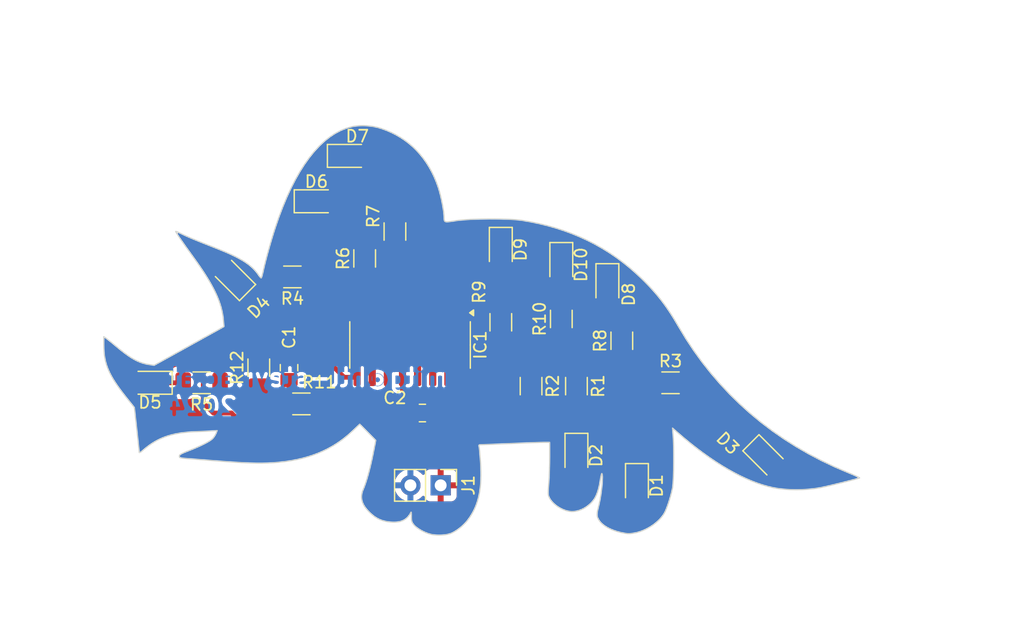
<source format=kicad_pcb>
(kicad_pcb (version 20240108) (generator "pcbnew") (generator_version "8.0")
  (layers (0 "F.Cu" signal) (31 "B.Cu" signal) (34 "B.Paste" user) (35 "F.Paste" user) (36 "B.SilkS" user "B.Silkscreen") (37 "F.SilkS" user "F.Silkscreen") (38 "B.Mask" user) (39 "F.Mask" user) (44 "Edge.Cuts" user))
  (net 0 "")
  (net 1 "Net-(C1-Pad1)")
  (net 2 "Net-(IC1-~{[Oslash]O})")
  (net 3 "VCC")
  (net 4 "GND")
  (net 5 "Net-(D1-K)")
  (net 6 "Net-(D2-K)")
  (net 7 "Net-(D3-K)")
  (net 8 "Net-(D4-K)")
  (net 9 "Net-(D5-K)")
  (net 10 "Net-(D6-A)")
  (net 11 "Net-(D7-A)")
  (net 12 "Net-(D8-A)")
  (net 13 "Net-(D9-A)")
  (net 14 "Net-(D10-A)")
  (net 18 "/LED3")
  (net 19 "/LED4")
  (net 20 "/LED5")
  (net 22 "Net-(IC1-[Oslash]O)")
  (net 23 "Net-(IC1-~{[Oslash]I})")
  (net 24 "Net-(IC1-CLEAR)")
  (net 25 "/LED2")
  (net 26 "/LED1")
  (footprint "Resistor_SMD:R_1206_3216Metric_Pad1.30x1.75mm_HandSolder" (layer "F.Cu") (at 125.73 102.87 90)
    (property "Reference" "R12" (at 0 -1.82 90) (layer "F.SilkS"))
    (property "Value" "56k")
    (pad "1" smd roundrect (at -1.55 0 90) (size 1.3 1.75) (layers "F.Cu" "F.Paste" "F.Mask") (roundrect_rratio 0.192308) (net 1 "Net-(C1-Pad1)"))
    (pad "2" smd roundrect (at 1.55 0 90) (size 1.3 1.75) (layers "F.Cu" "F.Paste" "F.Mask") (roundrect_rratio 0.192308) (net 22 "Net-(IC1-[Oslash]O)"))
  )
  (footprint "Resistor_SMD:R_1206_3216Metric_Pad1.30x1.75mm_HandSolder" (layer "F.Cu") (at 128.55 95.25 180)
    (property "Reference" "R4" (at 0 -1.82 0) (layer "F.SilkS"))
    (property "Value" "390R")
    (pad "1" smd roundrect (at -1.55 0 180) (size 1.3 1.75) (layers "F.Cu" "F.Paste" "F.Mask") (roundrect_rratio 0.192308) (net 19 "/LED4"))
    (pad "2" smd roundrect (at 1.55 0 180) (size 1.3 1.75) (layers "F.Cu" "F.Paste" "F.Mask") (roundrect_rratio 0.192308) (net 8 "Net-(D4-K)"))
  )
  (footprint "Resistor_SMD:R_1206_3216Metric_Pad1.30x1.75mm_HandSolder" (layer "F.Cu") (at 137.16 91.44 90)
    (property "Reference" "R7" (at 1.27 -1.82 90) (layer "F.SilkS"))
    (property "Value" "390R")
    (pad "1" smd roundrect (at -1.55 0 90) (size 1.3 1.75) (layers "F.Cu" "F.Paste" "F.Mask") (roundrect_rratio 0.192308) (net 19 "/LED4"))
    (pad "2" smd roundrect (at 1.55 0 90) (size 1.3 1.75) (layers "F.Cu" "F.Paste" "F.Mask") (roundrect_rratio 0.192308) (net 11 "Net-(D7-A)"))
  )
  (footprint "Capacitor_SMD:C_0805_2012Metric_Pad1.18x1.45mm_HandSolder" (layer "F.Cu") (at 128.27 102.87 90)
    (property "Reference" "C1" (at 2.54 0 90) (layer "F.SilkS"))
    (property "Value" "100nF")
    (pad "1" smd roundrect (at -1.0375 0 90) (size 1.175 1.45) (layers "F.Cu" "F.Paste" "F.Mask") (roundrect_rratio 0.212766) (net 1 "Net-(C1-Pad1)"))
    (pad "2" smd roundrect (at 1.0375 0 90) (size 1.175 1.45) (layers "F.Cu" "F.Paste" "F.Mask") (roundrect_rratio 0.212766) (net 2 "Net-(IC1-~{[Oslash]O})"))
  )
  (footprint "LED_SMD:LED_0805_2012Metric_Pad1.15x1.40mm_HandSolder" (layer "F.Cu") (at 123.47 95.25 135)
    (property "Reference" "D4" (at -3.394113 -0.19799 -135) (layer "F.SilkS"))
    (property "Value" "LED")
    (pad "1" smd roundrect (at -1.024999 0 135) (size 1.15 1.4) (layers "F.Cu" "F.Paste" "F.Mask") (roundrect_rratio 0.217391) (net 8 "Net-(D4-K)"))
    (pad "2" smd roundrect (at 1.024999 0 135) (size 1.15 1.4) (layers "F.Cu" "F.Paste" "F.Mask") (roundrect_rratio 0.217391) (net 3 "VCC"))
  )
  (footprint "LED_SMD:LED_0805_2012Metric_Pad1.15x1.40mm_HandSolder" (layer "F.Cu") (at 146.05 92.955 -90)
    (property "Reference" "D9" (at 0 -1.65 90) (layer "F.SilkS"))
    (property "Value" "LED")
    (pad "1" smd roundrect (at -1.025 0 270) (size 1.15 1.4) (layers "F.Cu" "F.Paste" "F.Mask") (roundrect_rratio 0.217391) (net 4 "GND"))
    (pad "2" smd roundrect (at 1.025 0 270) (size 1.15 1.4) (layers "F.Cu" "F.Paste" "F.Mask") (roundrect_rratio 0.217391) (net 13 "Net-(D9-A)"))
  )
  (footprint "Connector_PinHeader_2.54mm:PinHeader_1x02_P2.54mm_Vertical" (layer "F.Cu") (at 141 112.75 -90)
    (property "Reference" "J1" (at 0 -2.33 90) (layer "F.SilkS"))
    (property "Value" "Conn_01x02_Pin")
    (pad "1" thru_hole rect (at 0 0 270) (size 1.7 1.7) (drill 1) (layers "*.Cu" "*.Mask") (net 3 "VCC"))
    (pad "2" thru_hole oval (at 0 2.54 270) (size 1.7 1.7) (drill 1) (layers "*.Cu" "*.Mask") (net 4 "GND"))
  )
  (footprint "LED_SMD:LED_0805_2012Metric_Pad1.15x1.40mm_HandSolder" (layer "F.Cu") (at 133.35 85.09)
    (property "Reference" "D7" (at 0.65 -1.65 0) (layer "F.SilkS"))
    (property "Value" "LED")
    (pad "1" smd roundrect (at -1.025 0) (size 1.15 1.4) (layers "F.Cu" "F.Paste" "F.Mask") (roundrect_rratio 0.217391) (net 4 "GND"))
    (pad "2" smd roundrect (at 1.025 0) (size 1.15 1.4) (layers "F.Cu" "F.Paste" "F.Mask") (roundrect_rratio 0.217391) (net 11 "Net-(D7-A)"))
  )
  (footprint "Resistor_SMD:R_1206_3216Metric_Pad1.30x1.75mm_HandSolder" (layer "F.Cu") (at 134.62 93.7 90)
    (property "Reference" "R6" (at 0 -1.82 90) (layer "F.SilkS"))
    (property "Value" "390R")
    (pad "1" smd roundrect (at -1.55 0 90) (size 1.3 1.75) (layers "F.Cu" "F.Paste" "F.Mask") (roundrect_rratio 0.192308) (net 20 "/LED5"))
    (pad "2" smd roundrect (at 1.55 0 90) (size 1.3 1.75) (layers "F.Cu" "F.Paste" "F.Mask") (roundrect_rratio 0.192308) (net 10 "Net-(D6-A)"))
  )
  (footprint "LED_SMD:LED_0805_2012Metric_Pad1.15x1.40mm_HandSolder" (layer "F.Cu") (at 151.13 94.225 -90)
    (property "Reference" "D10" (at 0 -1.65 90) (layer "F.SilkS"))
    (property "Value" "LED")
    (pad "1" smd roundrect (at -1.025 0 270) (size 1.15 1.4) (layers "F.Cu" "F.Paste" "F.Mask") (roundrect_rratio 0.217391) (net 4 "GND"))
    (pad "2" smd roundrect (at 1.025 0 270) (size 1.15 1.4) (layers "F.Cu" "F.Paste" "F.Mask") (roundrect_rratio 0.217391) (net 14 "Net-(D10-A)"))
  )
  (footprint "Resistor_SMD:R_1206_3216Metric_Pad1.30x1.75mm_HandSolder" (layer "F.Cu") (at 152.4 104.42 -90)
    (property "Reference" "R1" (at 0 -1.82 90) (layer "F.SilkS"))
    (property "Value" "390R")
    (pad "1" smd roundrect (at -1.55 0 270) (size 1.3 1.75) (layers "F.Cu" "F.Paste" "F.Mask") (roundrect_rratio 0.192308) (net 26 "/LED1"))
    (pad "2" smd roundrect (at 1.55 0 270) (size 1.3 1.75) (layers "F.Cu" "F.Paste" "F.Mask") (roundrect_rratio 0.192308) (net 5 "Net-(D1-K)"))
  )
  (footprint "Resistor_SMD:R_1206_3216Metric_Pad1.30x1.75mm_HandSolder" (layer "F.Cu") (at 146.05 99.06 90)
    (property "Reference" "R9" (at 2.54 -1.82 90) (layer "F.SilkS"))
    (property "Value" "390R")
    (pad "1" smd roundrect (at -1.55 0 90) (size 1.3 1.75) (layers "F.Cu" "F.Paste" "F.Mask") (roundrect_rratio 0.192308) (net 25 "/LED2"))
    (pad "2" smd roundrect (at 1.55 0 90) (size 1.3 1.75) (layers "F.Cu" "F.Paste" "F.Mask") (roundrect_rratio 0.192308) (net 13 "Net-(D9-A)"))
  )
  (footprint "LED_SMD:LED_0805_2012Metric_Pad1.15x1.40mm_HandSolder" (layer "F.Cu") (at 157.48 112.785 -90)
    (property "Reference" "D1" (at 0 -1.65 90) (layer "F.SilkS"))
    (property "Value" "LED")
    (pad "1" smd roundrect (at -1.025 0 270) (size 1.15 1.4) (layers "F.Cu" "F.Paste" "F.Mask") (roundrect_rratio 0.217391) (net 5 "Net-(D1-K)"))
    (pad "2" smd roundrect (at 1.025 0 270) (size 1.15 1.4) (layers "F.Cu" "F.Paste" "F.Mask") (roundrect_rratio 0.217391) (net 3 "VCC"))
  )
  (footprint "Resistor_SMD:R_1206_3216Metric_Pad1.30x1.75mm_HandSolder" (layer "F.Cu") (at 129.307841 105.912863)
    (property "Reference" "R11" (at 1.502159 -1.82 0) (layer "F.SilkS"))
    (property "Value" "120k")
    (pad "1" smd roundrect (at -1.55 0) (size 1.3 1.75) (layers "F.Cu" "F.Paste" "F.Mask") (roundrect_rratio 0.192308) (net 1 "Net-(C1-Pad1)"))
    (pad "2" smd roundrect (at 1.55 0) (size 1.3 1.75) (layers "F.Cu" "F.Paste" "F.Mask") (roundrect_rratio 0.192308) (net 23 "Net-(IC1-~{[Oslash]I})"))
  )
  (footprint "LED_SMD:LED_0805_2012Metric_Pad1.15x1.40mm_HandSolder" (layer "F.Cu") (at 155 96 -90)
    (property "Reference" "D8" (at 0.725 -1.79 90) (layer "F.SilkS"))
    (property "Value" "LED")
    (pad "1" smd roundrect (at -1.025 0 270) (size 1.15 1.4) (layers "F.Cu" "F.Paste" "F.Mask") (roundrect_rratio 0.217391) (net 4 "GND"))
    (pad "2" smd roundrect (at 1.025 0 270) (size 1.15 1.4) (layers "F.Cu" "F.Paste" "F.Mask") (roundrect_rratio 0.217391) (net 12 "Net-(D8-A)"))
  )
  (footprint "Resistor_SMD:R_1206_3216Metric_Pad1.30x1.75mm_HandSolder" (layer "F.Cu") (at 148.59 104.42 -90)
    (property "Reference" "R2" (at 0 -1.82 90) (layer "F.SilkS"))
    (property "Value" "390R")
    (pad "1" smd roundrect (at -1.55 0 270) (size 1.3 1.75) (layers "F.Cu" "F.Paste" "F.Mask") (roundrect_rratio 0.192308) (net 25 "/LED2"))
    (pad "2" smd roundrect (at 1.55 0 270) (size 1.3 1.75) (layers "F.Cu" "F.Paste" "F.Mask") (roundrect_rratio 0.192308) (net 6 "Net-(D2-K)"))
  )
  (footprint "LED_SMD:LED_0805_2012Metric_Pad1.15x1.40mm_HandSolder" (layer "F.Cu") (at 152.4 110.245 -90)
    (property "Reference" "D2" (at 0 -1.65 90) (layer "F.SilkS"))
    (property "Value" "LED")
    (pad "1" smd roundrect (at -1.025 0 270) (size 1.15 1.4) (layers "F.Cu" "F.Paste" "F.Mask") (roundrect_rratio 0.217391) (net 6 "Net-(D2-K)"))
    (pad "2" smd roundrect (at 1.025 0 270) (size 1.15 1.4) (layers "F.Cu" "F.Paste" "F.Mask") (roundrect_rratio 0.217391) (net 3 "VCC"))
  )
  (footprint "Capacitor_SMD:C_0805_2012Metric_Pad1.18x1.45mm_HandSolder" (layer "F.Cu") (at 139.4675 106.68 180)
    (property "Reference" "C2" (at 2.3075 1.27 0) (layer "F.SilkS"))
    (property "Value" "100nF")
    (pad "1" smd roundrect (at -1.0375 0 180) (size 1.175 1.45) (layers "F.Cu" "F.Paste" "F.Mask") (roundrect_rratio 0.212766) (net 3 "VCC"))
    (pad "2" smd roundrect (at 1.0375 0 180) (size 1.175 1.45) (layers "F.Cu" "F.Paste" "F.Mask") (roundrect_rratio 0.212766) (net 4 "GND"))
  )
  (footprint "Resistor_SMD:R_1206_3216Metric_Pad1.30x1.75mm_HandSolder" (layer "F.Cu") (at 160.3 104.14)
    (property "Reference" "R3" (at 0 -1.82 0) (layer "F.SilkS"))
    (property "Value" "390R")
    (pad "1" smd roundrect (at -1.55 0) (size 1.3 1.75) (layers "F.Cu" "F.Paste" "F.Mask") (roundrect_rratio 0.192308) (net 18 "/LED3"))
    (pad "2" smd roundrect (at 1.55 0) (size 1.3 1.75) (layers "F.Cu" "F.Paste" "F.Mask") (roundrect_rratio 0.192308) (net 7 "Net-(D3-K)"))
  )
  (footprint "Resistor_SMD:R_1206_3216Metric_Pad1.30x1.75mm_HandSolder" (layer "F.Cu") (at 151.13 98.78 90)
    (property "Reference" "R10" (at 0 -1.82 90) (layer "F.SilkS"))
    (property "Value" "390R")
    (pad "1" smd roundrect (at -1.55 0 90) (size 1.3 1.75) (layers "F.Cu" "F.Paste" "F.Mask") (roundrect_rratio 0.192308) (net 26 "/LED1"))
    (pad "2" smd roundrect (at 1.55 0 90) (size 1.3 1.75) (layers "F.Cu" "F.Paste" "F.Mask") (roundrect_rratio 0.192308) (net 14 "Net-(D10-A)"))
  )
  (footprint "LED_SMD:LED_0805_2012Metric_Pad1.15x1.40mm_HandSolder" (layer "F.Cu") (at 130.565 88.9)
    (property "Reference" "D6" (at 0 -1.65 0) (layer "F.SilkS"))
    (property "Value" "LED")
    (pad "1" smd roundrect (at -1.025 0) (size 1.15 1.4) (layers "F.Cu" "F.Paste" "F.Mask") (roundrect_rratio 0.217391) (net 4 "GND"))
    (pad "2" smd roundrect (at 1.025 0) (size 1.15 1.4) (layers "F.Cu" "F.Paste" "F.Mask") (roundrect_rratio 0.217391) (net 10 "Net-(D6-A)"))
  )
  (footprint "Package_SO:SOIC-16_3.9x9.9mm_P1.27mm" (layer "F.Cu") (at 138.43 100.965 -90)
    (property "Reference" "IC1" (at 0 -5.9 -90) (layer "F.SilkS"))
    (property "Value" "M74HC4060YRM13TR")
    (pad "1" smd roundrect (at -2.475 -4.445 270) (size 1.95 0.6) (layers "F.Cu" "F.Paste" "F.Mask"))
    (pad "2" smd roundrect (at -2.475 -3.175 270) (size 1.95 0.6) (layers "F.Cu" "F.Paste" "F.Mask"))
    (pad "3" smd roundrect (at -2.475 -1.905 270) (size 1.95 0.6) (layers "F.Cu" "F.Paste" "F.Mask"))
    (pad "4" smd roundrect (at -2.475 -0.635 270) (size 1.95 0.6) (layers "F.Cu" "F.Paste" "F.Mask") (net 18 "/LED3"))
    (pad "5" smd roundrect (at -2.475 0.635 270) (size 1.95 0.6) (layers "F.Cu" "F.Paste" "F.Mask") (net 19 "/LED4"))
    (pad "6" smd roundrect (at -2.475 1.905 270) (size 1.95 0.6) (layers "F.Cu" "F.Paste" "F.Mask") (net 20 "/LED5"))
    (pad "7" smd roundrect (at -2.475 3.175 270) (size 1.95 0.6) (layers "F.Cu" "F.Paste" "F.Mask"))
    (pad "8" smd roundrect (at -2.475 4.445 270) (size 1.95 0.6) (layers "F.Cu" "F.Paste" "F.Mask") (net 4 "GND"))
    (pad "9" smd roundrect (at 2.475 4.445 270) (size 1.95 0.6) (layers "F.Cu" "F.Paste" "F.Mask") (net 2 "Net-(IC1-~{[Oslash]O})"))
    (pad "10" smd roundrect (at 2.475 3.175 270) (size 1.95 0.6) (layers "F.Cu" "F.Paste" "F.Mask") (net 22 "Net-(IC1-[Oslash]O)"))
    (pad "11" smd roundrect (at 2.475 1.905 270) (size 1.95 0.6) (layers "F.Cu" "F.Paste" "F.Mask") (net 23 "Net-(IC1-~{[Oslash]I})"))
    (pad "12" smd roundrect (at 2.475 0.635 270) (size 1.95 0.6) (layers "F.Cu" "F.Paste" "F.Mask") (net 24 "Net-(IC1-CLEAR)"))
    (pad "13" smd roundrect (at 2.475 -0.635 270) (size 1.95 0.6) (layers "F.Cu" "F.Paste" "F.Mask") (net 25 "/LED2"))
    (pad "14" smd roundrect (at 2.475 -1.905 270) (size 1.95 0.6) (layers "F.Cu" "F.Paste" "F.Mask") (net 26 "/LED1"))
    (pad "15" smd roundrect (at 2.475 -3.175 270) (size 1.95 0.6) (layers "F.Cu" "F.Paste" "F.Mask") (net 24 "Net-(IC1-CLEAR)"))
    (pad "16" smd roundrect (at 2.475 -4.445 270) (size 1.95 0.6) (layers "F.Cu" "F.Paste" "F.Mask") (net 3 "VCC"))
  )
  (footprint "Resistor_SMD:R_1206_3216Metric_Pad1.30x1.75mm_HandSolder" (layer "F.Cu") (at 120.93 104.14 180)
    (property "Reference" "R5" (at 0 -1.82 0) (layer "F.SilkS"))
    (property "Value" "390R")
    (pad "1" smd roundrect (at -1.55 0 180) (size 1.3 1.75) (layers "F.Cu" "F.Paste" "F.Mask") (roundrect_rratio 0.192308) (net 20 "/LED5"))
    (pad "2" smd roundrect (at 1.55 0 180) (size 1.3 1.75) (layers "F.Cu" "F.Paste" "F.Mask") (roundrect_rratio 0.192308) (net 9 "Net-(D5-K)"))
  )
  (footprint "Resistor_SMD:R_1206_3216Metric_Pad1.30x1.75mm_HandSolder" (layer "F.Cu") (at 156.21 100.61 90)
    (property "Reference" "R8" (at 0 -1.82 90) (layer "F.SilkS"))
    (property "Value" "390R")
    (pad "1" smd roundrect (at -1.55 0 90) (size 1.3 1.75) (layers "F.Cu" "F.Paste" "F.Mask") (roundrect_rratio 0.192308) (net 18 "/LED3"))
    (pad "2" smd roundrect (at 1.55 0 90) (size 1.3 1.75) (layers "F.Cu" "F.Paste" "F.Mask") (roundrect_rratio 0.192308) (net 12 "Net-(D8-A)"))
  )
  (footprint "LED_SMD:LED_0805_2012Metric_Pad1.15x1.40mm_HandSolder" (layer "F.Cu") (at 168.364784 110.49 -45)
    (property "Reference" "D3" (at -3.206577 1.410525 135) (layer "F.SilkS"))
    (property "Value" "LED")
    (pad "1" smd roundrect (at -1.024999 0 315) (size 1.15 1.4) (layers "F.Cu" "F.Paste" "F.Mask") (roundrect_rratio 0.217391) (net 7 "Net-(D3-K)"))
    (pad "2" smd roundrect (at 1.024999 0 315) (size 1.15 1.4) (layers "F.Cu" "F.Paste" "F.Mask") (roundrect_rratio 0.217391) (net 3 "VCC"))
  )
  (footprint "LED_SMD:LED_0805_2012Metric_Pad1.15x1.40mm_HandSolder" (layer "F.Cu") (at 116.595 104.14 180)
    (property "Reference" "D5" (at 0 -1.65 0) (layer "F.SilkS"))
    (property "Value" "LED")
    (pad "1" smd roundrect (at -1.025 0 180) (size 1.15 1.4) (layers "F.Cu" "F.Paste" "F.Mask") (roundrect_rratio 0.217391) (net 9 "Net-(D5-K)"))
    (pad "2" smd roundrect (at 1.025 0 180) (size 1.15 1.4) (layers "F.Cu" "F.Paste" "F.Mask") (roundrect_rratio 0.217391) (net 3 "VCC"))
  )
  (gr_poly (pts (xy 134.62 82.55) (xy 134.783517 82.55809) (xy 134.947521 82.571343) (xy 135.111472 82.589726) (xy 135.274833 82.613202) (xy 135.437065 82.641737) (xy 135.597631 82.675296) (xy 135.755992 82.713844) (xy 135.91161 82.757345) (xy 136.063947 82.805765) (xy 136.482128 82.960554) (xy 136.885278 83.137059) (xy 137.273113 83.334986) (xy 137.645349 83.554038) (xy 138.001704 83.793923) (xy 138.341893 84.054343) (xy 138.665634 84.335005) (xy 138.972642 84.635614) (xy 139.262633 84.955875) (xy 139.535325 85.295492) (xy 139.790434 85.654171) (xy 140.027676 86.031618) (xy 140.246768 86.427536) (xy 140.447425 86.841632) (xy 140.629366 87.273611) (xy 140.792305 87.723176) (xy 140.881274 88.013222) (xy 140.969275 88.344099) (xy 141.052976 88.698964) (xy 141.12905 89.060975) (xy 141.194166 89.413287) (xy 141.244996 89.739057) (xy 141.278211 90.021442) (xy 141.287172 90.141101) (xy 141.290481 90.243598) (xy 141.290982 90.321791) (xy 141.29281 90.389981) (xy 141.294664 90.42046) (xy 141.297379 90.448598) (xy 141.301133 90.474451) (xy 141.306101 90.498072) (xy 141.312461 90.519514) (xy 141.320388 90.538831) (xy 141.33006 90.556077) (xy 141.341653 90.571305) (xy 141.355344 90.584569) (xy 141.371308 90.595922) (xy 141.389724 90.605419) (xy 141.410766 90.613113) (xy 141.434613 90.619057) (xy 141.46144 90.623306) (xy 141.491423 90.625912) (xy 141.524741 90.62693) (xy 141.561568 90.626413) (xy 141.602082 90.624415) (xy 141.646459 90.620989) (xy 141.694876 90.61619) (xy 141.804536 90.602684) (xy 141.932473 90.584326) (xy 142.24883 90.534772) (xy 142.49746 90.500864) (xy 142.787745 90.471077) (xy 143.469083 90.423995) (xy 144.244449 90.393786) (xy 145.065449 90.380707) (xy 145.883689 90.385018) (xy 146.650775 90.406977) (xy 147.318311 90.446844) (xy 147.599625 90.473573) (xy 147.837904 90.504877) (xy 148.575811 90.63306) (xy 149.298022 90.784256) (xy 150.004642 90.958516) (xy 150.695775 91.15589) (xy 151.371526 91.376429) (xy 152.032 91.620184) (xy 152.6773 91.887205) (xy 153.307531 92.177544) (xy 153.922799 92.49125) (xy 154.523207 92.828375) (xy 155.108861 93.188969) (xy 155.679864 93.573083) (xy 156.236321 93.980768) (xy 156.778337 94.412075) (xy 157.306016 94.867054) (xy 157.819463 95.345755) (xy 158.066437 95.588148) (xy 158.301732 95.825695) (xy 158.526416 96.059774) (xy 158.741555 96.291765) (xy 158.948217 96.523047) (xy 159.147467 96.754999) (xy 159.340372 96.989) (xy 159.528001 97.226429) (xy 159.711418 97.468665) (xy 159.891691 97.717087) (xy 160.069887 97.973074) (xy 160.247073 98.238006) (xy 160.424315 98.513262) (xy 160.60268 98.800219) (xy 160.967046 99.414759) (xy 161.590605 100.446564) (xy 162.251777 101.44481) (xy 162.950122 102.40912) (xy 163.6852 103.339114) (xy 164.456569 104.234412) (xy 165.263791 105.094637) (xy 166.106425 105.919407) (xy 166.98403 106.708345) (xy 167.896166 107.461071) (xy 168.842394 108.177205) (xy 169.822273 108.856369) (xy 170.835362 109.498183) (xy 171.881221 110.102269) (xy 172.959411 110.668246) (xy 174.06949 111.195736) (xy 175.211019 111.684359) (xy 175.414526 111.768009) (xy 175.602118 111.847359) (xy 175.76985 111.920581) (xy 175.913778 111.985842) (xy 176.02996 112.041313) (xy 176.114452 112.085162) (xy 176.16331 112.11556) (xy 176.173144 112.125142) (xy 176.174196 112.128429) (xy 176.17259 112.130675) (xy 176.026093 112.178321) (xy 175.699462 112.267429) (xy 174.71653 112.517748) (xy 173.645275 112.777064) (xy 173.208238 112.87742) (xy 172.907175 112.940812) (xy 172.665861 112.982788) (xy 172.418421 113.019186) (xy 172.165916 113.050004) (xy 171.909407 113.075244) (xy 171.649956 113.094904) (xy 171.388623 113.108983) (xy 170.864561 113.120399) (xy 170.345711 113.109488) (xy 170.090895 113.095658) (xy 169.840565 113.076245) (xy 169.595785 113.051248) (xy 169.357615 113.020667) (xy 169.127117 112.984501) (xy 168.905351 112.94275) (xy 168.470328 112.84135) (xy 168.024038 112.713559) (xy 167.567115 112.559742) (xy 167.100194 112.380265) (xy 166.623908 112.175492) (xy 166.138892 111.94579) (xy 165.64578 111.691522) (xy 165.145207 111.413056) (xy 164.637805 111.110756) (xy 164.12421 110.784988) (xy 163.605055 110.436117) (xy 163.080975 110.064508) (xy 162.552603 109.670527) (xy 162.020575 109.254539) (xy 161.485524 108.81691) (xy 160.948084 108.358004) (xy 160.465292 107.937087) (xy 160.513929 108.45496) (xy 160.541634 108.891229) (xy 160.559475 109.467123) (xy 160.567838 110.130034) (xy 160.567112 110.827351) (xy 160.557685 111.506467) (xy 160.539946 112.114771) (xy 160.514282 112.599656) (xy 160.481081 112.908511) (xy 160.429648 113.158404) (xy 160.362167 113.434741) (xy 160.282327 113.725775) (xy 160.19382 114.019759) (xy 160.100338 114.304945) (xy 160.005572 114.569586) (xy 159.913212 114.801935) (xy 159.869089 114.902329) (xy 159.826952 114.990245) (xy 159.786187 115.066688) (xy 159.741314 115.142811) (xy 159.692486 115.21851) (xy 159.639855 115.29368) (xy 159.583574 115.368217) (xy 159.523796 115.442016) (xy 159.39436 115.586979) (xy 159.25277 115.727735) (xy 159.10025 115.863445) (xy 158.938021 115.993272) (xy 158.767308 116.116381) (xy 158.589332 116.231933) (xy 158.405317 116.339092) (xy 158.216485 116.43702) (xy 158.02406 116.524881) (xy 157.829264 116.601837) (xy 157.63332 116.667052) (xy 157.437451 116.719689) (xy 157.339926 116.741029) (xy 157.24288 116.75891) (xy 157.099625 116.781195) (xy 157.035154 116.789723) (xy 156.974363 116.796478) (xy 156.916434 116.801437) (xy 156.860551 116.804577) (xy 156.805894 116.805876) (xy 156.751646 116.805312) (xy 156.69699 116.802861) (xy 156.641107 116.798501) (xy 156.583181 116.79221) (xy 156.522393 116.783965) (xy 156.457925 116.773743) (xy 156.388959 116.761521) (xy 156.234266 116.73099) (xy 156.06378 116.6927) (xy 155.897611 116.649337) (xy 155.736219 116.601155) (xy 155.580067 116.54841) (xy 155.429615 116.491356) (xy 155.285326 116.430249) (xy 155.147662 116.365344) (xy 155.017083 116.296897) (xy 154.894051 116.225161) (xy 154.779029 116.150393) (xy 154.672477 116.072848) (xy 154.574858 115.992781) (xy 154.486633 115.910446) (xy 154.408263 115.8261) (xy 154.340211 115.739997) (xy 154.282938 115.652392) (xy 154.247816 115.591044) (xy 154.217368 115.533944) (xy 154.19159 115.479748) (xy 154.180451 115.453319) (xy 154.170479 115.427113) (xy 154.161673 115.400961) (xy 154.154032 115.374696) (xy 154.147556 115.34815) (xy 154.142245 115.321154) (xy 154.138098 115.293541) (xy 154.135115 115.265144) (xy 154.133295 115.235793) (xy 154.132639 115.205322) (xy 154.133145 115.173562) (xy 154.134814 115.140345) (xy 154.137644 115.105504) (xy 154.141636 115.068871) (xy 154.153102 114.989555) (xy 154.169209 114.901055) (xy 154.189954 114.802027) (xy 154.215333 114.691129) (xy 154.245343 114.567017) (xy 154.279981 114.428347) (xy 154.362808 114.055781) (xy 154.436105 113.642776) (xy 154.497392 113.215094) (xy 154.54419 112.798498) (xy 154.574021 112.41875) (xy 154.584404 112.101612) (xy 154.581529 111.974572) (xy 154.572863 111.872846) (xy 154.558095 111.799654) (xy 154.548326 111.774764) (xy 154.536916 111.758216) (xy 154.534353 111.756521) (xy 154.531605 111.75635) (xy 154.528682 111.757669) (xy 154.525591 111.760443) (xy 154.522341 111.764638) (xy 154.51894 111.770221) (xy 154.51172 111.785413) (xy 154.504 111.805744) (xy 154.495845 111.830942) (xy 154.487325 111.860734) (xy 154.478505 111.894847) (xy 154.469455 111.933008) (xy 154.46024 111.974944) (xy 154.45093 112.020382) (xy 154.44159 112.06905) (xy 154.432289 112.120674) (xy 154.423095 112.174981) (xy 154.414074 112.231699) (xy 154.405294 112.290555) (xy 154.383799 112.430081) (xy 154.36017 112.565771) (xy 154.334454 112.697487) (xy 154.306696 112.825095) (xy 154.276942 112.948457) (xy 154.245239 113.067437) (xy 154.211634 113.181899) (xy 154.176171 113.291706) (xy 154.138898 113.396723) (xy 154.099859 113.496813) (xy 154.059103 113.59184) (xy 154.016674 113.681667) (xy 153.972619 113.766158) (xy 153.926984 113.845176) (xy 153.879816 113.918587) (xy 153.831159 113.986252) (xy 153.738113 114.100992) (xy 153.638753 114.209821) (xy 153.533674 114.312443) (xy 153.42347 114.408559) (xy 153.308733 114.497872) (xy 153.190058 114.580085) (xy 153.068038 114.654899) (xy 152.943267 114.722017) (xy 152.816339 114.781141) (xy 152.687847 114.831974) (xy 152.558384 114.874216) (xy 152.428544 114.907572) (xy 152.298922 114.931743) (xy 152.170109 114.946432) (xy 152.042701 114.95134) (xy 151.97971 114.950033) (xy 151.917291 114.94617) (xy 151.788453 114.930264) (xy 151.657491 114.904115) (xy 151.525366 114.868336) (xy 151.393038 114.823543) (xy 151.261469 114.770352) (xy 151.131617 114.709377) (xy 151.004444 114.641235) (xy 150.880911 114.56654) (xy 150.761977 114.485907) (xy 150.648603 114.399952) (xy 150.54175 114.309291) (xy 150.442378 114.214538) (xy 150.351448 114.116308) (xy 150.269919 114.015218) (xy 150.198753 113.911882) (xy 150.13891 113.806916) (xy 150.115779 113.760797) (xy 150.095592 113.717906) (xy 150.078268 113.676617) (xy 150.070656 113.656066) (xy 150.063731 113.635304) (xy 150.057483 113.61413) (xy 150.051901 113.592341) (xy 150.046977 113.569731) (xy 150.0427 113.5461) (xy 150.03906 113.521242) (xy 150.036049 113.494955) (xy 150.033655 113.467035) (xy 150.031869 113.43728) (xy 150.030682 113.405486) (xy 150.030083 113.371449) (xy 150.030611 113.295835) (xy 150.033374 113.208812) (xy 150.038295 113.108753) (xy 150.045295 112.994032) (xy 150.054295 112.863022) (xy 150.077982 112.545632) (xy 150.107411 112.064773) (xy 150.131447 111.489643) (xy 150.147615 110.892439) (xy 150.153436 110.345357) (xy 150.153043 109.138196) (xy 149.673483 109.139664) (xy 149.312433 109.147831) (xy 148.68388 109.168984) (xy 146.97804 109.237416) (xy 145.328228 109.30585) (xy 144.473322 109.335169) (xy 144.384497 109.336378) (xy 144.348094 109.337761) (xy 144.316654 109.33989) (xy 144.289896 109.342935) (xy 144.267538 109.347066) (xy 144.257921 109.349592) (xy 144.249298 109.352452) (xy 144.241634 109.355669) (xy 144.234894 109.359264) (xy 144.229042 109.363258) (xy 144.224044 109.367671) (xy 144.219863 109.372526) (xy 144.216466 109.377844) (xy 144.213816 109.383645) (xy 144.211878 109.389951) (xy 144.210618 109.396784) (xy 144.209999 109.404164) (xy 144.210547 109.420652) (xy 144.213239 109.439584) (xy 144.217794 109.461131) (xy 144.22393 109.485463) (xy 144.233501 109.538666) (xy 144.245617 109.633354) (xy 144.259782 109.764232) (xy 144.275506 109.926007) (xy 144.309655 110.321071) (xy 144.34412 110.776194) (xy 144.368109 111.182707) (xy 144.381172 111.571393) (xy 144.383134 111.943073) (xy 144.37382 112.298566) (xy 144.353058 112.63869) (xy 144.320672 112.964265) (xy 144.27649 113.27611) (xy 144.220336 113.575044) (xy 144.152036 113.861886) (xy 144.071418 114.137455) (xy 143.978306 114.402571) (xy 143.872527 114.658052) (xy 143.753907 114.904718) (xy 143.622271 115.143388) (xy 143.477446 115.374881) (xy 143.319257 115.600016) (xy 143.254149 115.684909) (xy 143.185732 115.768653) (xy 143.114197 115.851086) (xy 143.039737 115.932045) (xy 142.962544 116.011367) (xy 142.88281 116.08889) (xy 142.800727 116.164449) (xy 142.716486 116.237883) (xy 142.63028 116.309029) (xy 142.542302 116.377723) (xy 142.452742 116.443803) (xy 142.361793 116.507106) (xy 142.269647 116.567469) (xy 142.176496 116.624729) (xy 142.082532 116.678723) (xy 141.987947 116.729289) (xy 141.903366 116.768117) (xy 141.808856 116.803022) (xy 141.70559 116.833933) (xy 141.59474 116.860782) (xy 141.477478 116.883499) (xy 141.354978 116.902015) (xy 141.228411 116.91626) (xy 141.098949 116.926166) (xy 140.967766 116.931663) (xy 140.836034 116.932682) (xy 140.704924 116.929153) (xy 140.57561 116.921008) (xy 140.449264 116.908176) (xy 140.327059 116.890589) (xy 140.210166 116.868178) (xy 140.099758 116.840872) (xy 140.099723 116.840872) (xy 140.001939 116.811525) (xy 139.902885 116.777801) (xy 139.803214 116.740075) (xy 139.703576 116.698725) (xy 139.604621 116.654129) (xy 139.507 116.606664) (xy 139.411364 116.556705) (xy 139.318364 116.504632) (xy 139.22865 116.450819) (xy 139.142873 116.395646) (xy 139.061684 116.339488) (xy 138.985733 116.282723) (xy 138.915671 116.225728) (xy 138.852148 116.168879) (xy 138.795816 116.112555) (xy 138.747326 116.057131) (xy 138.715159 116.01673) (xy 138.686536 115.979163) (xy 138.661255 115.943739) (xy 138.639112 115.909764) (xy 138.619906 115.876546) (xy 138.611341 115.860003) (xy 138.603434 115.84339) (xy 138.596161 115.826619) (xy 138.589494 115.809605) (xy 138.58341 115.792259) (xy 138.577883 115.774496) (xy 138.572888 115.756229) (xy 138.568399 115.737371) (xy 138.56084 115.697537) (xy 138.555002 115.6543) (xy 138.550685 115.606968) (xy 138.547684 115.554847) (xy 138.545799 115.497245) (xy 138.544826 115.433467) (xy 138.544563 115.362822) (xy 138.544154 115.2274) (xy 138.542305 115.125768) (xy 138.540598 115.086855) (xy 138.538238 115.055467) (xy 138.535128 115.031298) (xy 138.531171 115.01404) (xy 138.528844 115.007907) (xy 138.526268 115.003386) (xy 138.523432 115.00044) (xy 138.520324 114.999029) (xy 138.51693 114.999115) (xy 138.513239 115.000661) (xy 138.504917 115.007975) (xy 138.495259 115.020664) (xy 138.484169 115.038421) (xy 138.457302 115.087908) (xy 138.426368 115.144844) (xy 138.393806 115.199528) (xy 138.359607 115.251964) (xy 138.323759 115.302157) (xy 138.286254 115.35011) (xy 138.247081 115.395827) (xy 138.206231 115.439312) (xy 138.163692 115.480569) (xy 138.119456 115.519602) (xy 138.073511 115.556415) (xy 138.025849 115.591012) (xy 137.976459 115.623396) (xy 137.925332 115.653572) (xy 137.872456 115.681543) (xy 137.817822 115.707314) (xy 137.761421 115.730889) (xy 137.703241 115.75227) (xy 137.643274 115.771463) (xy 137.581509 115.788471) (xy 137.517936 115.803298) (xy 137.452545 115.815949) (xy 137.385326 115.826426) (xy 137.316269 115.834734) (xy 137.245364 115.840877) (xy 137.172601 115.844859) (xy 137.09797 115.846683) (xy 137.021461 115.846354) (xy 136.943064 115.843875) (xy 136.86277 115.839251) (xy 136.780567 115.832485) (xy 136.696446 115.823582) (xy 136.610397 115.812544) (xy 136.496381 115.794905) (xy 136.386456 115.774192) (xy 136.280284 115.750242) (xy 136.177524 115.722888) (xy 136.07784 115.691965) (xy 135.980892 115.657308) (xy 135.886341 115.618751) (xy 135.793849 115.57613) (xy 135.703078 115.529278) (xy 135.613689 115.478031) (xy 135.525342 115.422224) (xy 135.4377 115.36169) (xy 135.350424 115.296265) (xy 135.263175 115.225783) (xy 135.175614 115.150079) (xy 135.087404 115.068988) (xy 134.958645 114.942061) (xy 134.842578 114.816705) (xy 134.739123 114.692647) (xy 134.648202 114.569614) (xy 134.569734 114.447337) (xy 134.535146 114.386396) (xy 134.503642 114.325542) (xy 134.475212 114.264741) (xy 134.449845 114.203958) (xy 134.427533 114.143161) (xy 134.408265 114.082314) (xy 134.392031 114.021384) (xy 134.378822 113.960338) (xy 134.368627 113.89914) (xy 134.361437 113.837757) (xy 134.357241 113.776156) (xy 134.356031 113.714302) (xy 134.357795 113.65216) (xy 134.362524 113.589698) (xy 134.370208 113.526881) (xy 134.380838 113.463676) (xy 134.394403 113.400048) (xy 134.410893 113.335963) (xy 134.430299 113.271387) (xy 134.45261 113.206287) (xy 134.505911 113.074378) (xy 134.554607 112.959429) (xy 134.604762 112.830993) (xy 134.708565 112.536859) (xy 134.815557 112.198365) (xy 134.923974 111.821906) (xy 135.032051 111.413871) (xy 135.138025 110.980654) (xy 135.240132 110.528647) (xy 135.336609 110.06424) (xy 135.553436 108.972834) (xy 134.878847 108.29094) (xy 134.204258 107.609048) (xy 133.613941 108.170811) (xy 133.283356 108.471713) (xy 132.943561 108.75378) (xy 132.59397 109.017246) (xy 132.234001 109.262344) (xy 131.863069 109.489307) (xy 131.480591 109.698368) (xy 131.085982 109.889761) (xy 130.67866 110.063719) (xy 130.25804 110.220474) (xy 129.823539 110.36026) (xy 129.374572 110.483311) (xy 128.910556 110.589859) (xy 128.430908 110.680137) (xy 127.935043 110.75438) (xy 127.422377 110.812819) (xy 126.892328 110.855689) (xy 126.450755 110.878615) (xy 125.991115 110.889552) (xy 125.492987 110.887729) (xy 124.935951 110.872377) (xy 124.299585 110.842724) (xy 123.563469 110.798002) (xy 122.707182 110.73744) (xy 121.710302 110.660268) (xy 119.544026 110.487725) (xy 119.396078 110.475277) (xy 119.335069 110.469255) (xy 119.28198 110.463081) (xy 119.236264 110.456543) (xy 119.197379 110.449427) (xy 119.16478 110.44152) (xy 119.137923 110.432607) (xy 119.116263 110.422476) (xy 119.099257 110.410912) (xy 119.092328 110.404526) (xy 119.08636 110.397703) (xy 119.077028 110.382634) (xy 119.070717 110.365491) (xy 119.066883 110.346063) (xy 119.064982 110.324134) (xy 119.064469 110.299491) (xy 119.06479 110.287413) (xy 119.065815 110.275697) (xy 119.067634 110.264291) (xy 119.070338 110.253142) (xy 119.074018 110.242198) (xy 119.078765 110.231407) (xy 119.08467 110.220716) (xy 119.091825 110.210072) (xy 119.100319 110.199424) (xy 119.110244 110.188719) (xy 119.121692 110.177904) (xy 119.134752 110.166928) (xy 119.149516 110.155737) (xy 119.166075 110.144279) (xy 119.18452 110.132502) (xy 119.204942 110.120354) (xy 119.227431 110.107782) (xy 119.252079 110.094734) (xy 119.278976 110.081156) (xy 119.308215 110.066998) (xy 119.339885 110.052206) (xy 119.374077 110.036729) (xy 119.450394 110.003506) (xy 119.537892 109.966911) (xy 119.6373 109.926524) (xy 119.749345 109.881926) (xy 119.874755 109.832698) (xy 120.24222 109.685101) (xy 120.58172 109.540498) (xy 120.890221 109.400431) (xy 121.16469 109.266443) (xy 121.402093 109.140078) (xy 121.599396 109.022878) (xy 121.682061 108.968198) (xy 121.753564 108.916387) (xy 121.813525 108.86764) (xy 121.861564 108.822148) (xy 121.879663 108.802534) (xy 121.898299 108.78097) (xy 121.91733 108.757675) (xy 121.936616 108.732867) (xy 121.956016 108.706763) (xy 121.975388 108.679583) (xy 121.994592 108.651544) (xy 122.013486 108.622865) (xy 122.031931 108.593764) (xy 122.049783 108.564459) (xy 122.066904 108.535168) (xy 122.08315 108.506109) (xy 122.098383 108.477501) (xy 122.11246 108.449562) (xy 122.125241 108.42251) (xy 122.136584 108.396563) (xy 122.239153 108.151019) (xy 121.825899 108.180047) (xy 121.59237 108.193916) (xy 121.262015 108.21022) (xy 120.878778 108.226927) (xy 120.486604 108.242003) (xy 120.113068 108.259852) (xy 119.757412 108.28644) (xy 119.418475 108.32217) (xy 119.095096 108.367449) (xy 118.786114 108.422679) (xy 118.490365 108.488266) (xy 118.20669 108.564615) (xy 117.933926 108.65213) (xy 117.670911 108.751215) (xy 117.416485 108.862275) (xy 117.169485 108.985715) (xy 116.92875 109.121939) (xy 116.693118 109.271352) (xy 116.461427 109.434359) (xy 116.232517 109.611363) (xy 116.005225 109.802769) (xy 115.973221 109.830343) (xy 115.942118 109.856231) (xy 115.912077 109.880339) (xy 115.88326 109.902572) (xy 115.855827 109.922834) (xy 115.829939 109.941031) (xy 115.805756 109.957067) (xy 115.783441 109.970846) (xy 115.763152 109.982275) (xy 115.745053 109.991257) (xy 115.729302 109.997697) (xy 115.716062 110.001501) (xy 115.705493 110.002572) (xy 115.701261 110.002054) (xy 115.697756 110.000816) (xy 115.695 109.998848) (xy 115.693012 109.996138) (xy 115.691813 109.992673) (xy 115.691422 109.988442) (xy 115.67531 109.808082) (xy 115.631172 109.383214) (xy 115.485787 108.05386) (xy 115.279763 106.208848) (xy 114.613966 105.374955) (xy 114.348941 105.037639) (xy 114.107814 104.718832) (xy 113.889643 104.416359) (xy 113.69349 104.128044) (xy 113.518415 103.851715) (xy 113.363478 103.585196) (xy 113.227739 103.326313) (xy 113.110258 103.072892) (xy 113.010095 102.822758) (xy 112.926312 102.573737) (xy 112.857967 102.323655) (xy 112.804121 102.070337) (xy 112.763834 101.811608) (xy 112.736167 101.545295) (xy 112.72018 101.269223) (xy 112.714932 100.981217) (xy 112.714469 100.265645) (xy 112.916704 100.409648) (xy 112.971089 100.450077) (xy 113.048426 100.510027) (xy 113.257578 100.676885) (xy 113.5154 100.887006) (xy 113.793136 101.117175) (xy 114.015477 101.300586) (xy 114.226204 101.469198) (xy 114.426468 101.623628) (xy 114.617423 101.764493) (xy 114.800219 101.892409) (xy 114.97601 102.007993) (xy 115.145948 102.111864) (xy 115.311184 102.204637) (xy 115.472871 102.286929) (xy 115.632162 102.359359) (xy 115.790208 102.422542) (xy 115.948162 102.477096) (xy 116.107175 102.523637) (xy 116.268401 102.562783) (xy 116.432991 102.595151) (xy 116.602098 102.621358) (xy 116.950924 102.668746) (xy 119.314077 101.362464) (xy 122.242196 99.739041) (xy 122.807164 99.421899) (xy 122.762439 98.901478) (xy 122.731172 98.616384) (xy 122.686006 98.331497) (xy 122.62624 98.045351) (xy 122.551175 97.756482) (xy 122.460111 97.463424) (xy 122.352346 97.164714) (xy 122.227182 96.858884) (xy 122.083917 96.544471) (xy 121.921852 96.220009) (xy 121.740286 95.884033) (xy 121.53852 95.535078) (xy 121.315853 95.171679) (xy 121.071584 94.79237) (xy 120.805014 94.395688) (xy 120.515442 93.980166) (xy 120.202169 93.544339) (xy 119.603495 92.713303) (xy 119.140094 92.050887) (xy 118.969849 91.798583) (xy 118.846296 91.607241) (xy 118.773728 91.483128) (xy 118.757904 91.448242) (xy 118.756435 91.432514) (xy 118.75856 91.431279) (xy 118.761832 91.43065) (xy 118.766219 91.430613) (xy 118.771691 91.431156) (xy 118.785765 91.433931) (xy 118.803807 91.438874) (xy 118.825568 91.445882) (xy 118.850801 91.454854) (xy 118.879259 91.465689) (xy 118.910693 91.478286) (xy 118.981499 91.50836) (xy 119.061238 91.544262) (xy 119.147929 91.585184) (xy 119.23959 91.630312) (xy 119.436048 91.726091) (xy 119.660277 91.829442) (xy 119.922123 91.944462) (xy 120.231433 92.075254) (xy 120.598054 92.225916) (xy 121.031832 92.400549) (xy 122.140249 92.83813) (xy 122.867981 93.133943) (xy 123.193836 93.275531) (xy 123.495976 93.413938) (xy 123.775619 93.549939) (xy 124.033984 93.684308) (xy 124.27229 93.817818) (xy 124.491755 93.951244) (xy 124.693599 94.085359) (xy 124.879039 94.220938) (xy 125.049296 94.358753) (xy 125.205588 94.49958) (xy 125.349132 94.644192) (xy 125.48115 94.793364) (xy 125.602858 94.947868) (xy 125.715476 95.108479) (xy 125.734359 95.136397) (xy 125.75316 95.163001) (xy 125.771763 95.188174) (xy 125.790051 95.211802) (xy 125.807908 95.233769) (xy 125.825218 95.253961) (xy 125.841863 95.272263) (xy 125.857728 95.28856) (xy 125.872697 95.302735) (xy 125.886652 95.314676) (xy 125.899477 95.324265) (xy 125.911056 95.331389) (xy 125.921272 95.335932) (xy 125.925833 95.337199) (xy 125.93001 95.337779) (xy 125.933787 95.337655) (xy 125.937152 95.336815) (xy 125.940088 95.335243) (xy 125.942582 95.332925) (xy 125.947663 95.324853) (xy 125.953781 95.311622) (xy 125.960854 95.293528) (xy 125.9688 95.27087) (xy 125.986985 95.213054) (xy 126.007678 95.140558) (xy 126.030224 95.055768) (xy 126.053969 94.961067) (xy 126.078256 94.858842) (xy 126.102429 94.751477) (xy 126.189779 94.371641) (xy 126.294781 93.947219) (xy 126.414148 93.490021) (xy 126.544594 93.011856) (xy 126.682832 92.524536) (xy 126.825576 92.039869) (xy 126.96954 91.569667) (xy 127.111435 91.125739) (xy 127.422651 90.220707) (xy 127.748004 89.362851) (xy 128.087043 88.552769) (xy 128.439316 87.791057) (xy 128.804371 87.078313) (xy 129.181754 86.415135) (xy 129.571014 85.80212) (xy 129.971699 85.239866) (xy 130.383356 84.72897) (xy 130.805533 84.270029) (xy 131.237777 83.863642) (xy 131.679637 83.510405) (xy 132.13066 83.210916) (xy 132.590394 82.965773) (xy 133.058386 82.775573) (xy 133.534185 82.640914) (xy 133.679234 82.611873) (xy 133.828535 82.588242) (xy 133.981551 82.569985) (xy 134.137744 82.557067) (xy 134.296575 82.549454) (xy 134.457506 82.54711)) (stroke (width 0.1)) (fill none) (layer "Edge.Cuts"))
  (gr_text "mitg@htl-steyr.ac.at\n2024" (at 118 107 0) (layer "B.Cu" knockout) (effects (font (size 1.5 1.5) (thickness 0.3) (bold yes)) (justify right bottom mirror)))
  (segment (start 127.757841 105.912863) (end 126.232863 105.912863) (width 0.4) (layer "F.Cu") (net 1))
  (segment (start 126.232863 105.912863) (end 125.73 105.41) (width 0.4) (layer "F.Cu") (net 1))
  (segment (start 125.73 105.41) (end 125.73 104.42) (width 0.4) (layer "F.Cu") (net 1))
  (segment (start 128.27 105.400704) (end 127.757841 105.912863) (width 0.4) (layer "F.Cu") (net 1))
  (segment (start 128.27 103.9075) (end 128.27 105.400704) (width 0.4) (layer "F.Cu") (net 1))
  (segment (start 132.887 103.677) (end 133.985 103.677) (width 0.4) (layer "F.Cu") (net 2))
  (segment (start 131.0425 101.8325) (end 132.887 103.677) (width 0.4) (layer "F.Cu") (net 2))
  (segment (start 128.27 101.8325) (end 131.0425 101.8325) (width 0.4) (layer "F.Cu") (net 2))
  (segment (start 135.75388 113.313903) (end 135.75388 107.084383) (width 0.4) (layer "F.Cu") (net 3))
  (segment (start 164.454979 110) (end 165.669763 110) (width 0.4) (layer "F.Cu") (net 3))
  (segment (start 123.19 99.343052) (end 120.430152 102.1029) (width 0.4) (layer "F.Cu") (net 3))
  (segment (start 140.795746 114.795746) (end 137.235723 114.795746) (width 0.4) (layer "F.Cu") (net 3))
  (segment (start 119.217863 107.787863) (end 115.57 104.14) (width 0.4) (layer "F.Cu") (net 3))
  (segment (start 142.875 107.3945) (end 141.93 108.3395) (width 0.4) (layer "F.Cu") (net 3))
  (segment (start 120.430152 102.1029) (end 118.387989 102.1029) (width 0.4) (layer "F.Cu") (net 3))
  (segment (start 159.19 113.81) (end 159.423083 113.576917) (width 0.4) (layer "F.Cu") (net 3))
  (segment (start 134.397393 106.68) (end 133.28953 107.787863) (width 0.4) (layer "F.Cu") (net 3))
  (segment (start 135.75388 107.084383) (end 135.349497 106.68) (width 0.4) (layer "F.Cu") (net 3))
  (segment (start 133.28953 107.787863) (end 119.217863 107.787863) (width 0.4) (layer "F.Cu") (net 3))
  (segment (start 141.93 110.07) (end 141 111) (width 0.4) (layer "F.Cu") (net 3))
  (segment (start 155.447223 113.31859) (end 155.938633 113.81) (width 0.4) (layer "F.Cu") (net 3))
  (segment (start 118.387989 102.1029) (end 117.450889 103.04) (width 0.4) (layer "F.Cu") (net 3))
  (segment (start 141.93 108.3395) (end 141.93 110.07) (width 0.4) (layer "F.Cu") (net 3))
  (segment (start 150.83132 109.067445) (end 149.158375 107.3945) (width 0.4) (layer "F.Cu") (net 3))
  (segment (start 122.745216 96.08085) (end 123.19 96.525634) (width 0.4) (layer "F.Cu") (net 3))
  (segment (start 116.67 103.04) (end 115.57 104.14) (width 0.4) (layer "F.Cu") (net 3))
  (segment (start 159.423083 107.276917) (end 160.02 106.68) (width 0.4) (layer "F.Cu") (net 3))
  (segment (start 152.4 111.27) (end 151.037575 111.27) (width 0.4) (layer "F.Cu") (net 3))
  (segment (start 141 112.75) (end 141 114.591492) (width 0.4) (layer "F.Cu") (net 3))
  (segment (start 155.447223 111.677181) (end 155.447223 113.31859) (width 0.4) (layer "F.Cu") (net 3))
  (segment (start 122.745216 94.525216) (end 122.745216 96.08085) (width 0.4) (layer "F.Cu") (net 3))
  (segment (start 167.424913 111.755149) (end 167.804481 111.901049) (width 0.4) (layer "F.Cu") (net 3))
  (segment (start 161.134979 106.68) (end 164.454979 110) (width 0.4) (layer "F.Cu") (net 3))
  (segment (start 152.4 111.27) (end 155.040042 111.27) (width 0.4) (layer "F.Cu") (net 3))
  (segment (start 157.48 113.81) (end 159.19 113.81) (width 0.4) (layer "F.Cu") (net 3))
  (segment (start 142.875 107.3945) (end 142.875 103.677) (width 0.4) (layer "F.Cu") (net 3))
  (segment (start 141 111) (end 141 112.75) (width 0.4) (layer "F.Cu") (net 3))
  (segment (start 167.804481 111.901049) (end 168.232167 112.045023) (width 0.4) (layer "F.Cu") (net 3))
  (segment (start 151.037575 111.27) (end 150.83132 111.063745) (width 0.4) (layer "F.Cu") (net 3))
  (segment (start 123.19 96.525634) (end 123.19 99.343052) (width 0.4) (layer "F.Cu") (net 3))
  (segment (start 149.158375 107.3945) (end 142.875 107.3945) (width 0.4) (layer "F.Cu") (net 3))
  (segment (start 168.253283 112.051069) (end 169.089568 111.214784) (width 0.4) (layer "F.Cu") (net 3))
  (segment (start 135.349497 106.68) (end 134.397393 106.68) (width 0.4) (layer "F.Cu") (net 3))
  (segment (start 117.450889 103.04) (end 116.67 103.04) (width 0.4) (layer "F.Cu") (net 3))
  (segment (start 160.02 106.68) (end 161.134979 106.68) (width 0.4) (layer "F.Cu") (net 3))
  (segment (start 165.669763 110) (end 167.424913 111.755149) (width 0.4) (layer "F.Cu") (net 3))
  (segment (start 150.83132 111.063745) (end 150.83132 109.067445) (width 0.4) (layer "F.Cu") (net 3))
  (segment (start 141 114.591492) (end 140.795746 114.795746) (width 0.4) (layer "F.Cu") (net 3))
  (segment (start 168.232167 112.045023) (end 168.253283 112.051069) (width 0.4) (layer "F.Cu") (net 3))
  (segment (start 140.505 106.68) (end 142.875 106.68) (width 0.4) (layer "F.Cu") (net 3))
  (segment (start 159.423083 113.576917) (end 159.423083 107.276917) (width 0.4) (layer "F.Cu") (net 3))
  (segment (start 155.938633 113.81) (end 157.48 113.81) (width 0.4) (layer "F.Cu") (net 3))
  (segment (start 137.235723 114.795746) (end 135.75388 113.313903) (width 0.4) (layer "F.Cu") (net 3))
  (segment (start 155.040042 111.27) (end 155.447223 111.677181) (width 0.4) (layer "F.Cu") (net 3))
  (segment (start 155 94.975) (end 154.225 94.975) (width 0.4) (layer "F.Cu") (net 4))
  (segment (start 134.218865 106.01) (end 133.041002 107.187863) (width 0.4) (layer "F.Cu") (net 4))
  (segment (start 141.46 91.93) (end 137.16 87.63) (width 0.4) (layer "F.Cu") (net 4))
  (segment (start 137.16 85.00038) (end 135.97962 83.82) (width 0.4) (layer "F.Cu") (net 4))
  (segment (start 121.067531 105.824723) (end 121.067531 102.452469) (width 0.4) (layer "F.Cu") (net 4))
  (segment (start 137.16 87.63) (end 137.16 85.00038) (width 0.4) (layer "F.Cu") (net 4))
  (segment (start 138.43 113.03) (end 138.43 106.68) (width 0.4) (layer "F.Cu") (net 4))
  (segment (start 121.067531 102.452469) (end 126.995 96.525) (width 0.4) (layer "F.Cu") (net 4))
  (segment (start 136.328028 106.68) (end 135.658028 106.01) (width 0.4) (layer "F.Cu") (net 4))
  (segment (start 152.45 93.2) (end 151.13 93.2) (width 0.4) (layer "F.Cu") (net 4))
  (segment (start 129.05 96.144239) (end 129.05 89.39) (width 0.4) (layer "F.Cu") (net 4))
  (segment (start 126.995 96.525) (end 129.430761 96.525) (width 0.4) (layer "F.Cu") (net 4))
  (segment (start 133.595 83.82) (end 132.325 85.09) (width 0.4) (layer "F.Cu") (net 4))
  (segment (start 151.13 93.2) (end 149.45 93.2) (width 0.4) (layer "F.Cu") (net 4))
  (segment (start 121.922808 106.68) (end 121.067531 105.824723) (width 0.4) (layer "F.Cu") (net 4))
  (segment (start 129.54 88.9) (end 132.325 86.115) (width 0.4) (layer "F.Cu") (net 4))
  (segment (start 146.05 91.93) (end 141.46 91.93) (width 0.4) (layer "F.Cu") (net 4))
  (segment (start 132.08 98.253) (end 130.352 96.525) (width 0.4) (layer "F.Cu") (net 4))
  (segment (start 132.08 98.253) (end 133.985 98.253) (width 0.4) (layer "F.Cu") (net 4))
  (segment (start 149.45 93.2) (end 148.18 91.93) (width 0.4) (layer "F.Cu") (net 4))
  (segment (start 148.18 91.93) (end 146.05 91.93) (width 0.4) (layer "F.Cu") (net 4))
  (segment (start 154.225 94.975) (end 152.45 93.2) (width 0.4) (layer "F.Cu") (net 4))
  (segment (start 138.43 106.68) (end 136.328028 106.68) (width 0.4) (layer "F.Cu") (net 4))
  (segment (start 135.97962 83.82) (end 133.595 83.82) (width 0.4) (layer "F.Cu") (net 4))
  (segment (start 132.325 86.115) (end 132.325 85.09) (width 0.4) (layer "F.Cu") (net 4))
  (segment (start 123.438528 106.68) (end 121.922808 106.68) (width 0.4) (layer "F.Cu") (net 4))
  (segment (start 133.041002 107.187863) (end 123.946391 107.187863) (width 0.4) (layer "F.Cu") (net 4))
  (segment (start 135.658028 106.01) (end 134.218865 106.01) (width 0.4) (layer "F.Cu") (net 4))
  (segment (start 129.430761 96.525) (end 129.05 96.144239) (width 0.4) (layer "F.Cu") (net 4))
  (segment (start 129.05 89.39) (end 129.54 88.9) (width 0.4) (layer "F.Cu") (net 4))
  (segment (start 130.352 96.525) (end 129.430761 96.525) (width 0.4) (layer "F.Cu") (net 4))
  (segment (start 123.946391 107.187863) (end 123.438528 106.68) (width 0.4) (layer "F.Cu") (net 4))
  (segment (start 157.48 107.95) (end 157.48 111.76) (width 0.4) (layer "F.Cu") (net 5))
  (segment (start 155.5 105.97) (end 157.48 107.95) (width 0.4) (layer "F.Cu") (net 5))
  (segment (start 152.4 105.97) (end 155.5 105.97) (width 0.4) (layer "F.Cu") (net 5))
  (segment (start 149.15 105.97) (end 152.4 109.22) (width 0.4) (layer "F.Cu") (net 6))
  (segment (start 148.59 105.97) (end 149.15 105.97) (width 0.4) (layer "F.Cu") (net 6))
  (segment (start 161.85 104.14) (end 162.56 104.14) (width 0.4) (layer "F.Cu") (net 7))
  (segment (start 162.56 104.14) (end 167.64 109.22) (width 0.4) (layer "F.Cu") (net 7))
  (segment (start 167.64 109.22) (end 167.64 109.765216) (width 0.4) (layer "F.Cu") (net 7))
  (segment (start 126.711862 95.538138) (end 127 95.25) (width 0.4) (layer "F.Cu") (net 8))
  (segment (start 124.194784 95.974784) (end 124.63143 95.538138) (width 0.4) (layer "F.Cu") (net 8))
  (segment (start 124.63143 95.538138) (end 126.711862 95.538138) (width 0.4) (layer "F.Cu") (net 8))
  (segment (start 117.62 104.14) (end 119.38 104.14) (width 0.4) (layer "F.Cu") (net 9))
  (segment (start 134.62 91.93) (end 131.59 88.9) (width 0.4) (layer "F.Cu") (net 10))
  (segment (start 134.62 92.15) (end 134.62 91.93) (width 0.4) (layer "F.Cu") (net 10))
  (segment (start 137.16 89.89) (end 135.61 89.89) (width 0.4) (layer "F.Cu") (net 11))
  (segment (start 134.375 88.655) (end 134.375 85.09) (width 0.4) (layer "F.Cu") (net 11))
  (segment (start 135.61 89.89) (end 134.375 88.655) (width 0.4) (layer "F.Cu") (net 11))
  (segment (start 156.21 99.06) (end 156.21 98.235) (width 0.4) (layer "F.Cu") (net 12))
  (segment (start 156.21 98.235) (end 155 97.025) (width 0.4) (layer "F.Cu") (net 12))
  (segment (start 146.05 97.51) (end 146.05 93.98) (width 0.4) (layer "F.Cu") (net 13))
  (segment (start 151.13 97.23) (end 151.13 95.25) (width 0.4) (layer "F.Cu") (net 14))
  (segment (start 144.37762 97.138942) (end 144.37762 98.219739) (width 0.4) (layer "F.Cu") (net 18))
  (segment (start 151.84 99.06) (end 154.94 102.16) (width 0.4) (layer "F.Cu") (net 18))
  (segment (start 158.75 104.14) (end 156.77 102.16) (width 0.4) (layer "F.Cu") (net 18))
  (segment (start 139.065 97.155) (end 139.7 96.52) (width 0.4) (layer "F.Cu") (net 18))
  (segment (start 139.065 98.253) (end 139.065 97.155) (width 0.4) (layer "F.Cu") (net 18))
  (segment (start 143.758678 96.52) (end 144.37762 97.138942) (width 0.4) (layer "F.Cu") (net 18))
  (segment (start 139.7 96.52) (end 143.758678 96.52) (width 0.4) (layer "F.Cu") (net 18))
  (segment (start 156.77 102.16) (end 154.94 102.16) (width 0.4) (layer "F.Cu") (net 18))
  (segment (start 144.37762 98.219739) (end 145.217881 99.06) (width 0.4) (layer "F.Cu") (net 18))
  (segment (start 145.217881 99.06) (end 151.84 99.06) (width 0.4) (layer "F.Cu") (net 18))
  (segment (start 137.795 98.253) (end 137.795 93.625) (width 0.4) (layer "F.Cu") (net 19))
  (segment (start 131.850838 93.499162) (end 130.1 95.25) (width 0.4) (layer "F.Cu") (net 19))
  (segment (start 137.669162 93.499162) (end 131.850838 93.499162) (width 0.4) (layer "F.Cu") (net 19))
  (segment (start 137.795 93.625) (end 137.669162 93.499162) (width 0.4) (layer "F.Cu") (net 19))
  (segment (start 122.48 102.31) (end 124.87225 99.91775) (width 0.4) (layer "F.Cu") (net 20))
  (segment (start 122.48 104.14) (end 122.48 102.31) (width 0.4) (layer "F.Cu") (net 20))
  (segment (start 124.87225 99.91775) (end 136.525 99.91775) (width 0.4) (layer "F.Cu") (net 20))
  (segment (start 134.62 95.25) (end 135.89 95.25) (width 0.4) (layer "F.Cu") (net 20))
  (segment (start 136.525 99.91775) (end 136.525 98.253) (width 0.4) (layer "F.Cu") (net 20))
  (segment (start 135.89 95.25) (end 136.525 95.885) (width 0.4) (layer "F.Cu") (net 20))
  (segment (start 136.525 95.885) (end 136.525 98.253) (width 0.4) (layer "F.Cu") (net 20))
  (segment (start 127.085 100.845) (end 133.865 100.845) (width 0.4) (layer "F.Cu") (net 22))
  (segment (start 135.255 102.235) (end 135.255 103.677) (width 0.4) (layer "F.Cu") (net 22))
  (segment (start 126.538528 100.93) (end 127 100.93) (width 0.4) (layer "F.Cu") (net 22))
  (segment (start 127 100.93) (end 127.085 100.845) (width 0.4) (layer "F.Cu") (net 22))
  (segment (start 126.435 101.033528) (end 126.538528 100.93) (width 0.4) (layer "F.Cu") (net 22))
  (segment (start 133.865 100.845) (end 135.255 102.235) (width 0.4) (layer "F.Cu") (net 22))
  (segment (start 135.814448 105.41) (end 131.37 105.41) (width 0.4) (layer "F.Cu") (net 23))
  (segment (start 136.525 103.677) (end 136.525 104.699448) (width 0.4) (layer "F.Cu") (net 23))
  (segment (start 136.525 104.699448) (end 135.814448 105.41) (width 0.4) (layer "F.Cu") (net 23))
  (segment (start 141.605 103.677) (end 141.605 104.775) (width 0.4) (layer "F.Cu") (net 24))
  (segment (start 137.795 104.775) (end 137.795 103.677) (width 0.4) (layer "F.Cu") (net 24))
  (segment (start 141.605 104.775) (end 140.97 105.41) (width 0.4) (layer "F.Cu") (net 24))
  (segment (start 140.97 105.41) (end 138.43 105.41) (width 0.4) (layer "F.Cu") (net 24))
  (segment (start 138.43 105.41) (end 137.795 104.775) (width 0.4) (layer "F.Cu") (net 24))
  (segment (start 139.065 100.965) (end 139.42 100.61) (width 0.4) (layer "F.Cu") (net 25))
  (segment (start 146.05 100.61) (end 146.33 100.61) (width 0.4) (layer "F.Cu") (net 25))
  (segment (start 139.42 100.61) (end 146.05 100.61) (width 0.4) (layer "F.Cu") (net 25))
  (segment (start 146.33 100.61) (end 148.59 102.87) (width 0.4) (layer "F.Cu") (net 25))
  (segment (start 139.065 103.677) (end 139.065 100.965) (width 0.4) (layer "F.Cu") (net 25))
  (segment (start 140.335 103.677) (end 140.335 102.10225) (width 0.4) (layer "F.Cu") (net 26))
  (segment (start 140.335 102.10225) (end 140.412986 102.024264) (width 0.4) (layer "F.Cu") (net 26))
  (segment (start 151.13 102.87) (end 151.13 100.33) (width 0.4) (layer "F.Cu") (net 26))
  (segment (start 146.693828 104.485947) (end 150.421585 104.485947) (width 0.4) (layer "F.Cu") (net 26))
  (segment (start 144.232145 102.024264) (end 146.693828 104.485947) (width 0.4) (layer "F.Cu") (net 26))
  (segment (start 140.412986 102.024264) (end 144.232145 102.024264) (width 0.4) (layer "F.Cu") (net 26))
  (segment (start 152.4 102.87) (end 151.13 102.87) (width 0.4) (layer "F.Cu") (net 26))
  (segment (start 151.13 103.777532) (end 151.13 102.87) (width 0.4) (layer "F.Cu") (net 26))
  (segment (start 150.421585 104.485947) (end 151.13 103.777532) (width 0.4) (layer "F.Cu") (net 26))
  (zone (net 4) (net_name "GND") (layer "F.Cu") (priority 1) (connect_pads (clearance 0.5)) (min_thickness 0.25) (fill yes (thermal_gap 0.5) (thermal_bridge_width 0.5))
    (polygon (pts (xy 124.46 92.71) (xy 123.19 102.87) (xy 139.4675 106.68) (xy 146.05 99.06) (xy 151.13 98.78) (xy 160.3 104.14) (xy 163.83 100.33) (xy 149.86 81.28) (xy 124.46 82.55)))
  )
  (zone (net 3) (net_name "VCC") (layer "F.Cu") (connect_pads (clearance 0.5)) (min_thickness 0.25) (fill yes (thermal_gap 0.5) (thermal_bridge_width 0.5))
    (polygon (pts (xy 124.46 92.71) (xy 118.11 90.17) (xy 111.76 100.33) (xy 115.57 118.11) (xy 161.29 118.11) (xy 182.88 114.3) (xy 163.83 100.33) (xy 156.21 100.61) (xy 151.13 98.78) (xy 146.05 99.06) (xy 139.4675 106.68) (xy 123.19 102.87)))
  )
  (zone (net 4) (net_name "GND") (layer "B.Cu") (priority 2) (connect_pads (clearance 0.5)) (min_thickness 0.25) (fill yes (thermal_gap 0.5) (thermal_bridge_width 0.5))
    (polygon (pts (xy 104 72) (xy 104 125) (xy 190 125) (xy 190 73)))
  )
)
</source>
